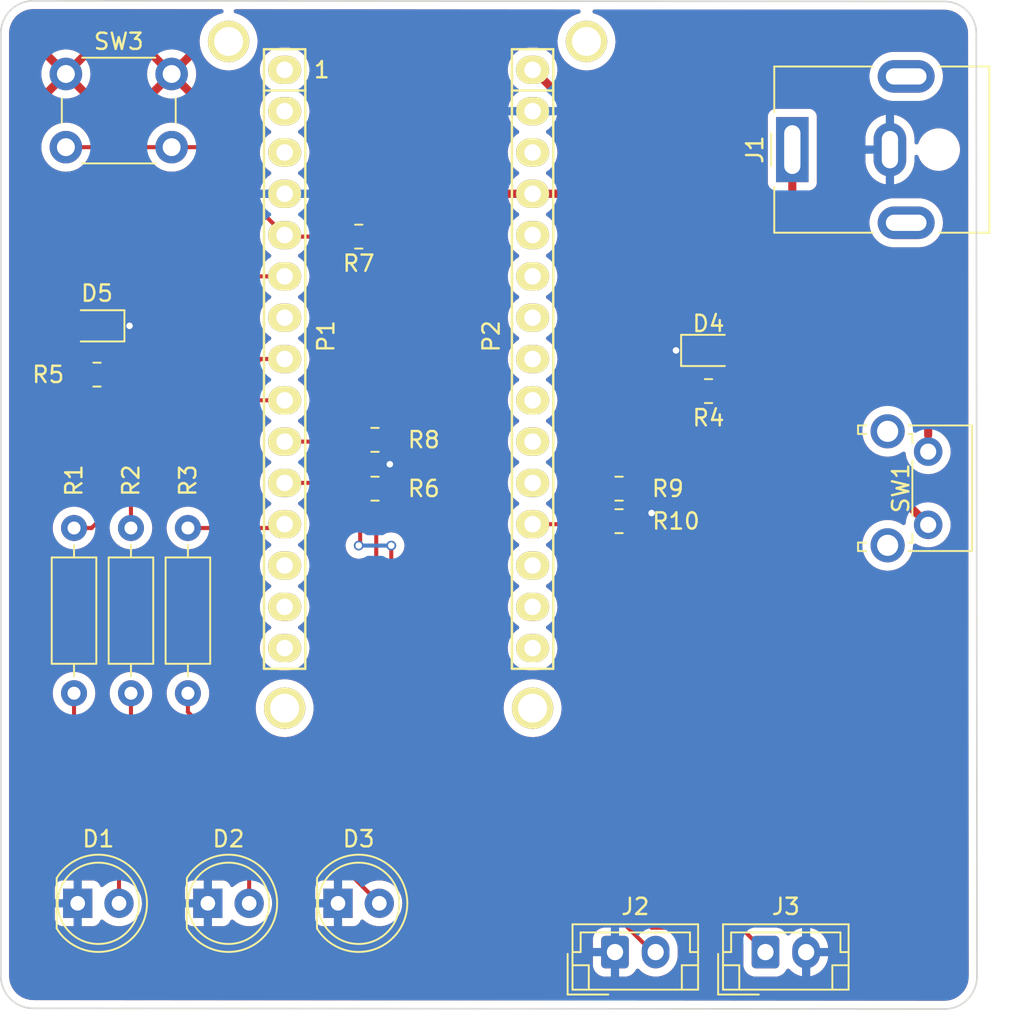
<source format=kicad_pcb>
(kicad_pcb (version 20211014) (generator pcbnew)
  (title_block (date "jeu. 02 avril 2015"))
  (layers (0 "F.Cu" signal) (31 "B.Cu" signal) (34 "B.Paste" user) (35 "F.Paste" user) (36 "B.SilkS" user "B.Silkscreen") (37 "F.SilkS" user "F.Silkscreen") (38 "B.Mask" user) (39 "F.Mask" user) (44 "Edge.Cuts" user))
  (net 0 "")
  (net 1 "/1(Tx)")
  (net 2 "/0(Rx)")
  (net 3 "/Reset")
  (net 4 "GND")
  (net 5 "/2")
  (net 6 "/3(**)")
  (net 7 "/4")
  (net 8 "/5(**)")
  (net 9 "/6(**)")
  (net 10 "/7")
  (net 11 "/8")
  (net 12 "/9(**)")
  (net 13 "/10(**{slash}SS)")
  (net 14 "/Vin")
  (net 15 "+5V")
  (net 16 "/A7")
  (net 17 "/A6")
  (net 18 "/A5")
  (net 19 "/A4")
  (net 20 "/A3")
  (net 21 "/A2")
  (net 22 "/A1")
  (net 23 "/A0")
  (net 24 "/AREF")
  (net 25 "/13(SCK)")
  (net 26 "/11(**{slash}MOSI)")
  (net 30 "+3V3")
  (net 32 "/12(MISO)")
  (net 33 "Net-(D1-Pad2)")
  (net 34 "Net-(D2-Pad2)")
  (net 35 "Net-(D3-Pad2)")
  (net 36 "Net-(D4-Pad2)")
  (net 37 "Net-(D5-Pad2)")
  (net 38 "Net-(J1-Pad1)")
  (footprint "Socket_Arduino_Nano:Socket_Strip_Arduino_1x15" (layer "F.Cu") (at 139.446 71.247 -90)
    (fp_text reference "P1" (at 16.383 -2.54 -90) (layer "F.SilkS"))
    (fp_text value "Digital")
    (fp_line (start 1.27 -1.27) (end 36.83 -1.27) (layer "F.SilkS") (width 0.15))
    (fp_line (start -1.27 1.27) (end 1.27 1.27) (layer "F.SilkS") (width 0.15))
    (fp_line (start 36.83 1.27) (end 1.27 1.27) (layer "F.SilkS") (width 0.15))
    (fp_line (start 36.83 -1.27) (end 36.83 1.27) (layer "F.SilkS") (width 0.15))
    (fp_line (start 1.27 -1.27) (end -1.27 -1.27) (layer "F.SilkS") (width 0.15))
    (fp_line (start -1.27 -1.27) (end -1.27 1.27) (layer "F.SilkS") (width 0.15))
    (fp_line (start 1.27 1.27) (end 1.27 -1.27) (layer "F.SilkS") (width 0.15))
    (pad "1" thru_hole oval locked (at 0 0 270) (size 1.7272 2.032) (drill 1.016) (layers *.Cu *.Mask "F.SilkS") (net 1 "/1(Tx)"))
    (pad "2" thru_hole oval locked (at 2.54 0 270) (size 1.7272 2.032) (drill 1.016) (layers *.Cu *.Mask "F.SilkS") (net 2 "/0(Rx)"))
    (pad "3" thru_hole oval locked (at 5.08 0 270) (size 1.7272 2.032) (drill 1.016) (layers *.Cu *.Mask "F.SilkS") (net 3 "/Reset"))
    (pad "4" thru_hole oval locked (at 7.62 0 270) (size 1.7272 2.032) (drill 1.016) (layers *.Cu *.Mask "F.SilkS") (net 4 "GND"))
    (pad "5" thru_hole oval locked (at 10.16 0 270) (size 1.7272 2.032) (drill 1.016) (layers *.Cu *.Mask "F.SilkS") (net 5 "/2"))
    (pad "6" thru_hole oval locked (at 12.7 0 270) (size 1.7272 2.032) (drill 1.016) (layers *.Cu *.Mask "F.SilkS") (net 6 "/3(**)"))
    (pad "7" thru_hole oval locked (at 15.24 0 270) (size 1.7272 2.032) (drill 1.016) (layers *.Cu *.Mask "F.SilkS") (net 7 "/4"))
    (pad "8" thru_hole oval locked (at 17.78 0 270) (size 1.7272 2.032) (drill 1.016) (layers *.Cu *.Mask "F.SilkS") (net 8 "/5(**)"))
    (pad "9" thru_hole oval locked (at 20.32 0 270) (size 1.7272 2.032) (drill 1.016) (layers *.Cu *.Mask "F.SilkS") (net 9 "/6(**)"))
    (pad "10" thru_hole oval locked (at 22.86 0 270) (size 1.7272 2.032) (drill 1.016) (layers *.Cu *.Mask "F.SilkS") (net 10 "/7"))
    (pad "11" thru_hole oval locked (at 25.4 0 270) (size 1.7272 2.032) (drill 1.016) (layers *.Cu *.Mask "F.SilkS") (net 11 "/8"))
    (pad "12" thru_hole oval locked (at 27.94 0 270) (size 1.7272 2.032) (drill 1.016) (layers *.Cu *.Mask "F.SilkS") (net 12 "/9(**)"))
    (pad "13" thru_hole oval locked (at 30.48 0 270) (size 1.7272 2.032) (drill 1.016) (layers *.Cu *.Mask "F.SilkS") (net 13 "/10(**{slash}SS)"))
    (pad "14" thru_hole oval locked (at 33.02 0 270) (size 1.7272 2.032) (drill 1.016) (layers *.Cu *.Mask "F.SilkS") (net 26 "/11(**{slash}MOSI)"))
    (pad "15" thru_hole oval locked (at 35.56 0 270) (size 1.7272 2.032) (drill 1.016) (layers *.Cu *.Mask "F.SilkS") (net 32 "/12(MISO)"))
  )
  (footprint "Socket_Arduino_Nano:Socket_Strip_Arduino_1x15" (layer "F.Cu") (at 154.686 71.247 -90)
    (fp_text reference "P2" (at 16.383 2.54 -90) (layer "F.SilkS"))
    (fp_text value "Analog")
    (fp_line (start -1.27 -1.27) (end -1.27 1.27) (layer "F.SilkS") (width 0.15))
    (fp_line (start 1.27 -1.27) (end -1.27 -1.27) (layer "F.SilkS") (width 0.15))
    (fp_line (start 36.83 -1.27) (end 36.83 1.27) (layer "F.SilkS") (width 0.15))
    (fp_line (start 1.27 -1.27) (end 36.83 -1.27) (layer "F.SilkS") (width 0.15))
    (fp_line (start 1.27 1.27) (end 1.27 -1.27) (layer "F.SilkS") (width 0.15))
    (fp_line (start -1.27 1.27) (end 1.27 1.27) (layer "F.SilkS") (width 0.15))
    (fp_line (start 36.83 1.27) (end 1.27 1.27) (layer "F.SilkS") (width 0.15))
    (pad "1" thru_hole oval locked (at 0 0 270) (size 1.7272 2.032) (drill 1.016) (layers *.Cu *.Mask "F.SilkS") (net 14 "/Vin"))
    (pad "2" thru_hole oval locked (at 2.54 0 270) (size 1.7272 2.032) (drill 1.016) (layers *.Cu *.Mask "F.SilkS") (net 4 "GND"))
    (pad "3" thru_hole oval locked (at 5.08 0 270) (size 1.7272 2.032) (drill 1.016) (layers *.Cu *.Mask "F.SilkS") (net 3 "/Reset"))
    (pad "4" thru_hole oval locked (at 7.62 0 270) (size 1.7272 2.032) (drill 1.016) (layers *.Cu *.Mask "F.SilkS") (net 15 "+5V"))
    (pad "5" thru_hole oval locked (at 10.16 0 270) (size 1.7272 2.032) (drill 1.016) (layers *.Cu *.Mask "F.SilkS") (net 16 "/A7"))
    (pad "6" thru_hole oval locked (at 12.7 0 270) (size 1.7272 2.032) (drill 1.016) (layers *.Cu *.Mask "F.SilkS") (net 17 "/A6"))
    (pad "7" thru_hole oval locked (at 15.24 0 270) (size 1.7272 2.032) (drill 1.016) (layers *.Cu *.Mask "F.SilkS") (net 18 "/A5"))
    (pad "8" thru_hole oval locked (at 17.78 0 270) (size 1.7272 2.032) (drill 1.016) (layers *.Cu *.Mask "F.SilkS") (net 19 "/A4"))
    (pad "9" thru_hole oval locked (at 20.32 0 270) (size 1.7272 2.032) (drill 1.016) (layers *.Cu *.Mask "F.SilkS") (net 20 "/A3"))
    (pad "10" thru_hole oval locked (at 22.86 0 270) (size 1.7272 2.032) (drill 1.016) (layers *.Cu *.Mask "F.SilkS") (net 21 "/A2"))
    (pad "11" thru_hole oval locked (at 25.4 0 270) (size 1.7272 2.032) (drill 1.016) (layers *.Cu *.Mask "F.SilkS") (net 22 "/A1"))
    (pad "12" thru_hole oval locked (at 27.94 0 270) (size 1.7272 2.032) (drill 1.016) (layers *.Cu *.Mask "F.SilkS") (net 23 "/A0"))
    (pad "13" thru_hole oval locked (at 30.48 0 270) (size 1.7272 2.032) (drill 1.016) (layers *.Cu *.Mask "F.SilkS") (net 24 "/AREF"))
    (pad "14" thru_hole oval locked (at 33.02 0 270) (size 1.7272 2.032) (drill 1.016) (layers *.Cu *.Mask "F.SilkS") (net 30 "+3V3"))
    (pad "15" thru_hole oval locked (at 35.56 0 270) (size 1.7272 2.032) (drill 1.016) (layers *.Cu *.Mask "F.SilkS") (net 25 "/13(SCK)"))
  )
  (footprint "Socket_Arduino_Nano:1pin_Nano" (layer "F.Cu") (at 136 69.5)
    (fp_text reference "P3" hide)
    (fp_text value "CONN_01X01" hide)
    (pad "1" thru_hole circle locked (at 0 0) (size 2.54 2.54) (drill 1.778) (layers *.Cu *.Mask "F.SilkS"))
  )
  (footprint "Socket_Arduino_Nano:1pin_Nano" (layer "F.Cu") (at 139.446 110.5)
    (fp_text reference "P4" hide)
    (fp_text value "CONN_01X01" hide)
    (pad "1" thru_hole circle locked (at 0 0) (size 2.54 2.54) (drill 1.778) (layers *.Cu *.Mask "F.SilkS"))
  )
  (footprint "Socket_Arduino_Nano:1pin_Nano" (layer "F.Cu") (at 154.686 110.5)
    (fp_text reference "P5" hide)
    (fp_text value "CONN_01X01" hide)
    (pad "1" thru_hole circle locked (at 0 0) (size 2.54 2.54) (drill 1.778) (layers *.Cu *.Mask "F.SilkS"))
  )
  (footprint "Socket_Arduino_Nano:1pin_Nano" (layer "F.Cu") (at 158 69.5)
    (fp_text reference "P6" hide)
    (fp_text value "CONN_01X01" hide)
    (pad "1" thru_hole circle locked (at 0 0) (size 2.54 2.54) (drill 1.778) (layers *.Cu *.Mask "F.SilkS"))
  )
  (footprint "Resistor_SMD:R_0805_2012Metric" (layer "F.Cu") (at 145 94 180)
    (fp_text reference "R8" (at -3 0) (layer "F.SilkS"))
    (fp_text value "10k")
    (fp_line (start -0.227064 -0.735) (end 0.227064 -0.735) (layer "F.SilkS") (width 0.12))
    (fp_line (start -0.227064 0.735) (end 0.227064 0.735) (layer "F.SilkS") (width 0.12))
    (pad "1" smd roundrect locked (at -0.9125 0 180) (size 1.025 1.4) (layers "F.Cu" "F.Paste" "F.Mask") (roundrect_rratio 0.243902) (net 4 "GND"))
    (pad "2" smd roundrect locked (at 0.9125 0 180) (size 1.025 1.4) (layers "F.Cu" "F.Paste" "F.Mask") (roundrect_rratio 0.243902) (net 10 "/7"))
  )
  (footprint "LED_THT:LED_D5.0mm" (layer "F.Cu") (at 142.725 122.5)
    (fp_text reference "D3" (at 1.27 -3.96) (layer "F.SilkS"))
    (fp_text value "LED")
    (fp_line (start -1.29 -1.545) (end -1.29 1.545) (layer "F.SilkS") (width 0.12))
    (fp_arc (start 4.26 -0.000462) (mid 2.072002 2.880433) (end -1.29 1.54483) (layer "F.SilkS") (width 0.12))
    (fp_arc (start -1.29 -1.54483) (mid 2.072002 -2.880433) (end 4.26 0.000462) (layer "F.SilkS") (width 0.12))
    (fp_circle (center 1.27 0) (end 3.77 0) (layer "F.SilkS") (width 0.12) (fill none))
    (pad "1" thru_hole rect locked (at 0 0) (size 1.8 1.8) (drill 0.9) (layers *.Cu *.Mask) (net 4 "GND"))
    (pad "2" thru_hole circle locked (at 2.54 0) (size 1.8 1.8) (drill 0.9) (layers *.Cu *.Mask) (net 35 "Net-(D3-Pad2)"))
  )
  (footprint "Resistor_THT:R_Axial_DIN0207_L6.3mm_D2.5mm_P10.16mm_Horizontal" (layer "F.Cu") (at 130 109.58 90)
    (fp_text reference "R2" (at 13.08 0 90) (layer "F.SilkS"))
    (fp_text value "330")
    (fp_line (start 9.12 0) (end 8.35 0) (layer "F.SilkS") (width 0.12))
    (fp_line (start 8.35 1.37) (end 8.35 -1.37) (layer "F.SilkS") (width 0.12))
    (fp_line (start 8.35 -1.37) (end 1.81 -1.37) (layer "F.SilkS") (width 0.12))
    (fp_line (start 1.81 -1.37) (end 1.81 1.37) (layer "F.SilkS") (width 0.12))
    (fp_line (start 1.81 1.37) (end 8.35 1.37) (layer "F.SilkS") (width 0.12))
    (fp_line (start 1.04 0) (end 1.81 0) (layer "F.SilkS") (width 0.12))
    (pad "1" thru_hole circle locked (at 0 0 90) (size 1.6 1.6) (drill 0.8) (layers *.Cu *.Mask) (net 34 "Net-(D2-Pad2)"))
    (pad "2" thru_hole oval locked (at 10.16 0 90) (size 1.6 1.6) (drill 0.8) (layers *.Cu *.Mask) (net 9 "/6(**)"))
  )
  (footprint "Resistor_SMD:R_0805_2012Metric" (layer "F.Cu") (at 165.5 91 180)
    (fp_text reference "R4" (at 0 -1.65) (layer "F.SilkS"))
    (fp_text value "330")
    (fp_line (start -0.227064 -0.735) (end 0.227064 -0.735) (layer "F.SilkS") (width 0.12))
    (fp_line (start -0.227064 0.735) (end 0.227064 0.735) (layer "F.SilkS") (width 0.12))
    (pad "1" smd roundrect locked (at -0.9125 0 180) (size 1.025 1.4) (layers "F.Cu" "F.Paste" "F.Mask") (roundrect_rratio 0.243902) (net 36 "Net-(D4-Pad2)"))
    (pad "2" smd roundrect locked (at 0.9125 0 180) (size 1.025 1.4) (layers "F.Cu" "F.Paste" "F.Mask") (roundrect_rratio 0.243902) (net 15 "+5V"))
  )
  (footprint "LED_SMD:LED_0805_2012Metric" (layer "F.Cu") (at 165.5 88.5)
    (fp_text reference "D4" (at 0 -1.65) (layer "F.SilkS"))
    (fp_text value "Power")
    (fp_line (start -1.685 0.96) (end 1 0.96) (layer "F.SilkS") (width 0.12))
    (fp_line (start -1.685 -0.96) (end -1.685 0.96) (layer "F.SilkS") (width 0.12))
    (fp_line (start 1 -0.96) (end -1.685 -0.96) (layer "F.SilkS") (width 0.12))
    (pad "1" smd roundrect locked (at -0.9375 0) (size 0.975 1.4) (layers "F.Cu" "F.Paste" "F.Mask") (net 4 "GND"))
    (pad "2" smd roundrect locked (at 0.9375 0) (size 0.975 1.4) (layers "F.Cu" "F.Paste" "F.Mask") (net 36 "Net-(D4-Pad2)"))
  )
  (footprint "LED_THT:LED_D5.0mm" (layer "F.Cu") (at 126.725 122.5)
    (fp_text reference "D1" (at 1.27 -3.96) (layer "F.SilkS"))
    (fp_text value "LED")
    (fp_line (start -1.29 -1.545) (end -1.29 1.545) (layer "F.SilkS") (width 0.12))
    (fp_arc (start 4.26 -0.000462) (mid 2.072002 2.880433) (end -1.29 1.54483) (layer "F.SilkS") (width 0.12))
    (fp_arc (start -1.29 -1.54483) (mid 2.072002 -2.880433) (end 4.26 0.000462) (layer "F.SilkS") (width 0.12))
    (fp_circle (center 1.27 0) (end 3.77 0) (layer "F.SilkS") (width 0.12) (fill none))
    (pad "1" thru_hole rect locked (at 0 0) (size 1.8 1.8) (drill 0.9) (layers *.Cu *.Mask) (net 4 "GND"))
    (pad "2" thru_hole circle locked (at 2.54 0) (size 1.8 1.8) (drill 0.9) (layers *.Cu *.Mask) (net 33 "Net-(D1-Pad2)"))
  )
  (footprint "Resistor_SMD:R_0805_2012Metric" (layer "F.Cu") (at 145 97 180)
    (fp_text reference "R6" (at -3 0) (layer "F.SilkS"))
    (fp_text value "10k")
    (fp_line (start -0.227064 0.735) (end 0.227064 0.735) (layer "F.SilkS") (width 0.12))
    (fp_line (start -0.227064 -0.735) (end 0.227064 -0.735) (layer "F.SilkS") (width 0.12))
    (pad "1" smd roundrect locked (at -0.9125 0 180) (size 1.025 1.4) (layers "F.Cu" "F.Paste" "F.Mask") (roundrect_rratio 0.243902) (net 4 "GND"))
    (pad "2" smd roundrect locked (at 0.9125 0 180) (size 1.025 1.4) (layers "F.Cu" "F.Paste" "F.Mask") (roundrect_rratio 0.243902) (net 11 "/8"))
  )
  (footprint "Resistor_SMD:R_0805_2012Metric" (layer "F.Cu") (at 160 99)
    (fp_text reference "R10" (at 3.5 0) (layer "F.SilkS"))
    (fp_text value "7.5k")
    (fp_line (start -0.227064 0.735) (end 0.227064 0.735) (layer "F.SilkS") (width 0.12))
    (fp_line (start -0.227064 -0.735) (end 0.227064 -0.735) (layer "F.SilkS") (width 0.12))
    (pad "1" smd roundrect locked (at -0.9125 0) (size 1.025 1.4) (layers "F.Cu" "F.Paste" "F.Mask") (roundrect_rratio 0.243902) (net 23 "/A0"))
    (pad "2" smd roundrect locked (at 0.9125 0) (size 1.025 1.4) (layers "F.Cu" "F.Paste" "F.Mask") (roundrect_rratio 0.243902) (net 4 "GND"))
  )
  (footprint "LED_SMD:LED_0805_2012Metric" (layer "F.Cu") (at 127.9125 86.9875 180)
    (fp_text reference "D5" (at 0 2) (layer "F.SilkS"))
    (fp_text value "LED")
    (fp_line (start 1 -0.96) (end -1.685 -0.96) (layer "F.SilkS") (width 0.12))
    (fp_line (start -1.685 -0.96) (end -1.685 0.96) (layer "F.SilkS") (width 0.12))
    (fp_line (start -1.685 0.96) (end 1 0.96) (layer "F.SilkS") (width 0.12))
    (pad "1" smd roundrect locked (at -0.9375 0 180) (size 0.975 1.4) (layers "F.Cu" "F.Paste" "F.Mask") (net 4 "GND"))
    (pad "2" smd roundrect locked (at 0.9375 0 180) (size 0.975 1.4) (layers "F.Cu" "F.Paste" "F.Mask") (net 37 "Net-(D5-Pad2)"))
  )
  (footprint "Connector_JST:JST_EH_B2B-EH-A_1x02_P2.50mm_Vertical" (layer "F.Cu") (at 159.75 125.5)
    (fp_text reference "J2" (at 1.25 -2.8) (layer "F.SilkS"))
    (fp_text value "Conn_01x02_Female")
    (fp_line (start -2.61 -1.71) (end -2.61 2.31) (layer "F.SilkS") (width 0.12))
    (fp_line (start 4.11 0.81) (end 4.11 2.31) (layer "F.SilkS") (width 0.12))
    (fp_line (start 4.61 0) (end 5.11 0) (layer "F.SilkS") (width 0.12))
    (fp_line (start -2.61 2.31) (end 5.11 2.31) (layer "F.SilkS") (width 0.12))
    (fp_line (start -2.11 0) (end -2.11 -1.21) (layer "F.SilkS") (width 0.12))
    (fp_line (start -1.61 0.81) (end -1.61 2.31) (layer "F.SilkS") (width 0.12))
    (fp_line (start -2.61 0.81) (end -1.61 0.81) (layer "F.SilkS") (width 0.12))
    (fp_line (start 5.11 2.31) (end 5.11 -1.71) (layer "F.SilkS") (width 0.12))
    (fp_line (start -2.61 0) (end -2.11 0) (layer "F.SilkS") (width 0.12))
    (fp_line (start 5.11 0.81) (end 4.11 0.81) (layer "F.SilkS") (width 0.12))
    (fp_line (start 5.11 -1.71) (end -2.61 -1.71) (layer "F.SilkS") (width 0.12))
    (fp_line (start -2.91 2.61) (end -0.41 2.61) (layer "F.SilkS") (width 0.12))
    (fp_line (start 4.61 -1.21) (end 4.61 0) (layer "F.SilkS") (width 0.12))
    (fp_line (start -2.91 0.11) (end -2.91 2.61) (layer "F.SilkS") (width 0.12))
    (fp_line (start -2.11 -1.21) (end 4.61 -1.21) (layer "F.SilkS") (width 0.12))
    (pad "1" thru_hole roundrect locked (at 0 0) (size 1.7 2) (drill 1) (layers *.Cu *.Mask) (roundrect_rratio 0.147059) (net 4 "GND"))
    (pad "2" thru_hole oval locked (at 2.5 0) (size 1.7 2) (drill 1) (layers *.Cu *.Mask) (net 10 "/7"))
  )
  (footprint "Connector_JST:JST_EH_B2B-EH-A_1x02_P2.50mm_Vertical" (layer "F.Cu") (at 169 125.5)
    (fp_text reference "J3" (at 1.25 -2.8) (layer "F.SilkS"))
    (fp_text value "Conn_01x02_Female")
    (fp_line (start -2.61 0.81) (end -1.61 0.81) (layer "F.SilkS") (width 0.12))
    (fp_line (start -2.11 0) (end -2.11 -1.21) (layer "F.SilkS") (width 0.12))
    (fp_line (start -1.61 0.81) (end -1.61 2.31) (layer "F.SilkS") (width 0.12))
    (fp_line (start -2.61 0) (end -2.11 0) (layer "F.SilkS") (width 0.12))
    (fp_line (start -2.61 -1.71) (end -2.61 2.31) (layer "F.SilkS") (width 0.12))
    (fp_line (start -2.11 -1.21) (end 4.61 -1.21) (layer "F.SilkS") (width 0.12))
    (fp_line (start -2.91 0.11) (end -2.91 2.61) (layer "F.SilkS") (width 0.12))
    (fp_line (start -2.91 2.61) (end -0.41 2.61) (layer "F.SilkS") (width 0.12))
    (fp_line (start 4.61 0) (end 5.11 0) (layer "F.SilkS") (width 0.12))
    (fp_line (start -2.61 2.31) (end 5.11 2.31) (layer "F.SilkS") (width 0.12))
    (fp_line (start 4.11 0.81) (end 4.11 2.31) (layer "F.SilkS") (width 0.12))
    (fp_line (start 5.11 -1.71) (end -2.61 -1.71) (layer "F.SilkS") (width 0.12))
    (fp_line (start 5.11 0.81) (end 4.11 0.81) (layer "F.SilkS") (width 0.12))
    (fp_line (start 5.11 2.31) (end 5.11 -1.71) (layer "F.SilkS") (width 0.12))
    (fp_line (start 4.61 -1.21) (end 4.61 0) (layer "F.SilkS") (width 0.12))
    (pad "1" thru_hole roundrect locked (at 0 0) (size 1.7 2) (drill 1) (layers *.Cu *.Mask) (roundrect_rratio 0.147059) (net 11 "/8"))
    (pad "2" thru_hole oval locked (at 2.5 0) (size 1.7 2) (drill 1) (layers *.Cu *.Mask) (net 4 "GND"))
  )
  (footprint "Resistor_SMD:R_0805_2012Metric" (layer "F.Cu") (at 144 81.5 180)
    (fp_text reference "R7" (at 0 -1.65) (layer "F.SilkS"))
    (fp_text value "10k")
    (fp_line (start -0.227064 0.735) (end 0.227064 0.735) (layer "F.SilkS") (width 0.12))
    (fp_line (start -0.227064 -0.735) (end 0.227064 -0.735) (layer "F.SilkS") (width 0.12))
    (pad "1" smd roundrect locked (at -0.9125 0 180) (size 1.025 1.4) (layers "F.Cu" "F.Paste" "F.Mask") (roundrect_rratio 0.243902) (net 4 "GND"))
    (pad "2" smd roundrect locked (at 0.9125 0 180) (size 1.025 1.4) (layers "F.Cu" "F.Paste" "F.Mask") (roundrect_rratio 0.243902) (net 5 "/2"))
  )
  (footprint "Resistor_THT:R_Axial_DIN0207_L6.3mm_D2.5mm_P10.16mm_Horizontal" (layer "F.Cu") (at 133.5 109.58 90)
    (fp_text reference "R3" (at 13.08 0 90) (layer "F.SilkS"))
    (fp_text value "330")
    (fp_line (start 8.35 -1.37) (end 1.81 -1.37) (layer "F.SilkS") (width 0.12))
    (fp_line (start 1.81 1.37) (end 8.35 1.37) (layer "F.SilkS") (width 0.12))
    (fp_line (start 1.04 0) (end 1.81 0) (layer "F.SilkS") (width 0.12))
    (fp_line (start 8.35 1.37) (end 8.35 -1.37) (layer "F.SilkS") (width 0.12))
    (fp_line (start 9.12 0) (end 8.35 0) (layer "F.SilkS") (width 0.12))
    (fp_line (start 1.81 -1.37) (end 1.81 1.37) (layer "F.SilkS") (width 0.12))
    (pad "1" thru_hole circle locked (at 0 0 90) (size 1.6 1.6) (drill 0.8) (layers *.Cu *.Mask) (net 35 "Net-(D3-Pad2)"))
    (pad "2" thru_hole oval locked (at 10.16 0 90) (size 1.6 1.6) (drill 0.8) (layers *.Cu *.Mask) (net 12 "/9(**)"))
  )
  (footprint "Resistor_THT:R_Axial_DIN0207_L6.3mm_D2.5mm_P10.16mm_Horizontal" (layer "F.Cu") (at 126.5 109.58 90)
    (fp_text reference "R1" (at 13.08 0 90) (layer "F.SilkS"))
    (fp_text value "330")
    (fp_line (start 9.12 0) (end 8.35 0) (layer "F.SilkS") (width 0.12))
    (fp_line (start 8.35 1.37) (end 8.35 -1.37) (layer "F.SilkS") (width 0.12))
    (fp_line (start 1.04 0) (end 1.81 0) (layer "F.SilkS") (width 0.12))
    (fp_line (start 1.81 -1.37) (end 1.81 1.37) (layer "F.SilkS") (width 0.12))
    (fp_line (start 8.35 -1.37) (end 1.81 -1.37) (layer "F.SilkS") (width 0.12))
    (fp_line (start 1.81 1.37) (end 8.35 1.37) (layer "F.SilkS") (width 0.12))
    (pad "1" thru_hole circle locked (at 0 0 90) (size 1.6 1.6) (drill 0.8) (layers *.Cu *.Mask) (net 33 "Net-(D1-Pad2)"))
    (pad "2" thru_hole oval locked (at 10.16 0 90) (size 1.6 1.6) (drill 0.8) (layers *.Cu *.Mask) (net 8 "/5(**)"))
  )
  (footprint "Button_Switch_THT:SW_PUSH_6mm" (layer "F.Cu") (at 126 71.5)
    (fp_text reference "SW3" (at 3.25 -2) (layer "F.SilkS"))
    (fp_text value "SW_Push")
    (fp_line (start -0.25 1.5) (end -0.25 3) (layer "F.SilkS") (width 0.12))
    (fp_line (start 5.5 -1) (end 1 -1) (layer "F.SilkS") (width 0.12))
    (fp_line (start 1 5.5) (end 5.5 5.5) (layer "F.SilkS") (width 0.12))
    (fp_line (start 6.75 3) (end 6.75 1.5) (layer "F.SilkS") (width 0.12))
    (pad "1" thru_hole circle locked (at 0 0 90) (size 2 2) (drill 1.1) (layers *.Cu *.Mask) (net 15 "+5V"))
    (pad "1" thru_hole circle locked (at 6.5 0 90) (size 2 2) (drill 1.1) (layers *.Cu *.Mask) (net 15 "+5V"))
    (pad "2" thru_hole circle locked (at 6.5 4.5 90) (size 2 2) (drill 1.1) (layers *.Cu *.Mask) (net 5 "/2"))
    (pad "2" thru_hole circle locked (at 0 4.5 90) (size 2 2) (drill 1.1) (layers *.Cu *.Mask) (net 5 "/2"))
  )
  (footprint "Resistor_SMD:R_0805_2012Metric" (layer "F.Cu") (at 160 97 180)
    (fp_text reference "R9" (at -3 0) (layer "F.SilkS"))
    (fp_text value "30k")
    (fp_line (start -0.227064 0.735) (end 0.227064 0.735) (layer "F.SilkS") (width 0.12))
    (fp_line (start -0.227064 -0.735) (end 0.227064 -0.735) (layer "F.SilkS") (width 0.12))
    (pad "1" smd roundrect locked (at -0.9125 0 180) (size 1.025 1.4) (layers "F.Cu" "F.Paste" "F.Mask") (roundrect_rratio 0.243902) (net 14 "/Vin"))
    (pad "2" smd roundrect locked (at 0.9125 0 180) (size 1.025 1.4) (layers "F.Cu" "F.Paste" "F.Mask") (roundrect_rratio 0.243902) (net 23 "/A0"))
  )
  (footprint "Connector_BarrelJack:BarrelJack_CUI_PJ-063AH_Horizontal" (layer "F.Cu") (at 170.65 76.15 90)
    (fp_text reference "J1" (at 0 -2.3 90) (layer "F.SilkS"))
    (fp_text value "Barrel_Jack")
    (fp_line (start 2.3 -1.11) (end 5.11 -1.11) (layer "F.SilkS") (width 0.12))
    (fp_line (start 5.11 12.11) (end -5.11 12.11) (layer "F.SilkS") (width 0.12))
    (fp_line (start -5.11 4.95) (end -5.11 -1.11) (layer "F.SilkS") (width 0.12))
    (fp_line (start -5.11 -1.11) (end -2.3 -1.11) (layer "F.SilkS") (width 0.12))
    (fp_line (start 5.11 -1.11) (end 5.11 4.95) (layer "F.SilkS") (width 0.12))
    (fp_line (start -1 -1.3) (end 1 -1.3) (layer "F.SilkS") (width 0.12))
    (fp_line (start 5.11 9.05) (end 5.11 12.11) (layer "F.SilkS") (width 0.12))
    (fp_line (start -5.11 12.11) (end -5.11 9.05) (layer "F.SilkS") (width 0.12))
    (pad "" np_thru_hole circle locked (at 0 9 90) (size 1.6 1.6) (drill 1.6) (layers *.Cu *.Mask))
    (pad "1" thru_hole rect locked (at 0 0 90) (size 4 2) (drill oval 3 1) (layers *.Cu *.Mask) (net 38 "Net-(J1-Pad1)"))
    (pad "2" thru_hole oval locked (at 0 6 90) (size 3.3 2) (drill oval 2.3 1) (layers *.Cu *.Mask) (net 4 "GND"))
    (pad "MP" thru_hole oval locked (at -4.5 7 90) (size 2 3.5) (drill oval 1 2.5) (layers *.Cu *.Mask))
    (pad "MP" thru_hole oval locked (at 4.5 7 90) (size 2 3.5) (drill oval 1 2.5) (layers *.Cu *.Mask))
  )
  (footprint "Button_Switch_THT:SW_Tactile_SPST_Angled_PTS645Vx58-2LFS" (layer "F.Cu") (at 179 94.725 -90)
    (fp_text reference "SW1" (at 2.25 1.68 90) (layer "F.SilkS"))
    (fp_text value "SW_SPST")
    (fp_line (start -1.61 -2.7) (end 6.11 -2.7) (layer "F.SilkS") (width 0.12))
    (fp_line (start -1.09 0.97) (end -0.55 0.97) (layer "F.SilkS") (width 0.12))
    (fp_line (start -1.61 -2.7) (end -1.61 1.2) (layer "F.SilkS") (width 0.12))
    (fp_line (start 5.59 3.8) (end 5.59 4.31) (layer "F.SilkS") (width 0.12))
    (fp_line (start -1.61 4.31) (end -1.09 4.31) (layer "F.SilkS") (width 0.12))
    (fp_line (start -1.09 0.97) (end -1.09 1.2) (layer "F.SilkS") (width 0.12))
    (fp_line (start -1.09 3.8) (end -1.09 4.31) (layer "F.SilkS") (width 0.12))
    (fp_line (start 0.55 0.97) (end 3.95 0.97) (layer "F.SilkS") (width 0.12))
    (fp_line (start 6.11 -2.7) (end 6.11 1.2) (layer "F.SilkS") (width 0.12))
    (fp_line (start 5.59 4.31) (end 6.11 4.31) (layer "F.SilkS") (width 0.12))
    (fp_line (start 6.11 3.8) (end 6.11 4.31) (layer "F.SilkS") (width 0.12))
    (fp_line (start 5.05 0.97) (end 5.59 0.97) (layer "F.SilkS") (width 0.12))
    (fp_line (start 5.59 0.97) (end 5.59 1.2) (layer "F.SilkS") (width 0.12))
    (fp_line (start -1.61 3.8) (end -1.61 4.31) (layer "F.SilkS") (width 0.12))
    (pad "" thru_hole circle locked (at 5.76 2.49 270) (size 2.1 2.1) (drill 1.3) (layers *.Cu *.Mask))
    (pad "" thru_hole circle locked (at -1.25 2.49 270) (size 2.1 2.1) (drill 1.3) (layers *.Cu *.Mask))
    (pad "1" thru_hole circle locked (at 0 0 270) (size 1.75 1.75) (drill 0.99) (layers *.Cu *.Mask) (net 38 "Net-(J1-Pad1)"))
    (pad "2" thru_hole circle locked (at 4.5 0 270) (size 1.75 1.75) (drill 0.99) (layers *.Cu *.Mask) (net 14 "/Vin"))
  )
  (footprint "Resistor_SMD:R_0805_2012Metric" (layer "F.Cu") (at 127.9125 89.9875)
    (fp_text reference "R5" (at -3 0) (layer "F.SilkS"))
    (fp_text value "330")
    (fp_line (start -0.227064 -0.735) (end 0.227064 -0.735) (layer "F.SilkS") (width 0.12))
    (fp_line (start -0.227064 0.735) (end 0.227064 0.735) (layer "F.SilkS") (width 0.12))
    (pad "1" smd roundrect locked (at -0.9125 0) (size 1.025 1.4) (layers "F.Cu" "F.Paste" "F.Mask") (roundrect_rratio 0.243902) (net 37 "Net-(D5-Pad2)"))
    (pad "2" smd roundrect locked (at 0.9125 0) (size 1.025 1.4) (layers "F.Cu" "F.Paste" "F.Mask") (roundrect_rratio 0.243902) (net 6 "/3(**)"))
  )
  (footprint "LED_THT:LED_D5.0mm" (layer "F.Cu") (at 134.725 122.5)
    (fp_text reference "D2" (at 1.27 -3.96) (layer "F.SilkS"))
    (fp_text value "LED")
    (fp_line (start -1.29 -1.545) (end -1.29 1.545) (layer "F.SilkS") (width 0.12))
    (fp_arc (start 4.26 -0.000462) (mid 2.072002 2.880433) (end -1.29 1.54483) (layer "F.SilkS") (width 0.12))
    (fp_arc (start -1.29 -1.54483) (mid 2.072002 -2.880433) (end 4.26 0.000462) (layer "F.SilkS") (width 0.12))
    (fp_circle (center 1.27 0) (end 3.77 0) (layer "F.SilkS") (width 0.12) (fill none))
    (pad "1" thru_hole rect locked (at 0 0) (size 1.8 1.8) (drill 0.9) (layers *.Cu *.Mask) (net 4 "GND"))
    (pad "2" thru_hole circle locked (at 2.54 0) (size 1.8 1.8) (drill 0.9) (layers *.Cu *.Mask) (net 34 "Net-(D2-Pad2)"))
  )
  (gr_arc (start 124 128.96) (mid 122.599857 128.388309) (end 122 127) (layer "Edge.Cuts") (width 0.1))
  (gr_line (start 180 67.04) (end 124 67) (layer "Edge.Cuts") (width 0.1))
  (gr_arc (start 182 127) (mid 181.414214 128.414214) (end 180 129) (layer "Edge.Cuts") (width 0.1))
  (gr_arc (start 180 67.04) (mid 181.385929 67.614071) (end 181.96 69) (layer "Edge.Cuts") (width 0.1))
  (gr_arc (start 122 69) (mid 122.585786 67.585786) (end 124 67) (layer "Edge.Cuts") (width 0.1))
  (gr_line (start 182 127) (end 181.96 69) (layer "Edge.Cuts") (width 0.1))
  (gr_line (start 122 69) (end 122 127) (layer "Edge.Cuts") (width 0.1))
  (gr_line (start 124 128.96) (end 180 129) (layer "Edge.Cuts") (width 0.1))
  (gr_text "1" (at 141.732 71.247) (layer "F.SilkS") (effects (font (size 1 1))))
  (segment (start 161.5 99) (end 162 98.5) (width 0.25) (layer "F.Cu") (net 4))
  (segment (start 145.9125 95.5875) (end 145.9125 97) (width 0.25) (layer "F.Cu") (net 4))
  (segment (start 160.9125 99) (end 161.5 99) (width 0.25) (layer "F.Cu") (net 4))
  (segment (start 142.2795 78.867) (end 144.9125 81.5) (width 0.25) (layer "F.Cu") (net 4))
  (segment (start 163.5 88.5) (end 164.5625 88.5) (width 0.25) (layer "F.Cu") (net 4))
  (segment (start 129.9125 86.9875) (end 128.85 86.9875) (width 0.25) (layer "F.Cu") (net 4))
  (segment (start 145.9125 94) (end 145.9125 95.5875) (width 0.25) (layer "F.Cu") (net 4))
  (segment (start 139.446 78.867) (end 142.2795 78.867) (width 0.25) (layer "F.Cu") (net 4))
  (via (at 162 98.5) (size 0.6) (drill 0.4) (layers "F.Cu" "B.Cu") (net 4))
  (via (at 145.9125 95.5) (size 0.6) (drill 0.4) (layers "F.Cu" "B.Cu") (net 4))
  (via (at 129.9125 86.9875) (size 0.6) (drill 0.4) (layers "F.Cu" "B.Cu") (net 4))
  (via (at 163.5 88.5) (size 0.6) (drill 0.4) (layers "F.Cu" "B.Cu") (net 4))
  (segment (start 139.446 81.407) (end 139.446 81.446) (width 0.25) (layer "F.Cu") (net 5))
  (segment (start 139.446 81.446) (end 139.5 81.5) (width 0.25) (layer "F.Cu") (net 5))
  (segment (start 132.5 76) (end 134.039 76) (width 0.25) (layer "F.Cu") (net 5))
  (segment (start 139.5 81.5) (end 143.0875 81.5) (width 0.25) (layer "F.Cu") (net 5))
  (segment (start 134.039 76) (end 139.446 81.407) (width 0.25) (layer "F.Cu") (net 5))
  (segment (start 126 76) (end 132.5 76) (width 0.25) (layer "F.Cu") (net 5))
  (segment (start 139.446 83.947) (end 136.553 83.947) (width 0.25) (layer "F.Cu") (net 6))
  (segment (start 130.5125 89.9875) (end 128.825 89.9875) (width 0.25) (layer "F.Cu") (net 6))
  (segment (start 136.553 83.947) (end 130.5125 89.9875) (width 0.25) (layer "F.Cu") (net 6))
  (segment (start 137.973 89.027) (end 127.58 99.42) (width 0.25) (layer "F.Cu") (net 8))
  (segment (start 139.446 89.027) (end 137.973 89.027) (width 0.25) (layer "F.Cu") (net 8))
  (segment (start 127.58 99.42) (end 126.5 99.42) (width 0.25) (layer "F.Cu") (net 8))
  (segment (start 139.446 91.567) (end 136.433 91.567) (width 0.25) (layer "F.Cu") (net 9))
  (segment (start 130 98) (end 130 99.42) (width 0.25) (layer "F.Cu") (net 9))
  (segment (start 136.433 91.567) (end 130 98) (width 0.25) (layer "F.Cu") (net 9))
  (segment (start 143.9805 94.107) (end 144.0875 94) (width 0.25) (layer "F.Cu") (net 10))
  (segment (start 144.0875 94) (end 145.07548 94.98798) (width 0.25) (layer "F.Cu") (net 10))
  (segment (start 145.07548 108.52548) (end 162.405 125.855) (width 0.25) (layer "F.Cu") (net 10))
  (segment (start 139.446 94.107) (end 143.9805 94.107) (width 0.25) (layer "F.Cu") (net 10))
  (segment (start 145.07548 94.98798) (end 145.07548 108.52548) (width 0.25) (layer "F.Cu") (net 10))
  (segment (start 146 100.5) (end 146 108) (width 0.25) (layer "F.Cu") (net 11))
  (segment (start 146 108) (end 162 124) (width 0.25) (layer "F.Cu") (net 11))
  (segment (start 139.446 96.647) (end 143.7345 96.647) (width 0.25) (layer "F.Cu") (net 11))
  (segment (start 144.0875 100.4125) (end 144 100.5) (width 0.25) (layer "F.Cu") (net 11))
  (segment (start 167.5 124) (end 169 125.5) (width 0.25) (layer "F.Cu") (net 11))
  (segment (start 162 124) (end 167.5 124) (width 0.25) (layer "F.Cu") (net 11))
  (segment (start 144.0875 97) (end 144.0875 100.4125) (width 0.25) (layer "F.Cu") (net 11))
  (segment (start 143.7345 96.647) (end 144.0875 97) (width 0.25) (layer "F.Cu") (net 11))
  (via (at 146 100.5) (size 0.6) (drill 0.4) (layers "F.Cu" "B.Cu") (net 11))
  (via (at 144 100.5) (size 0.6) (drill 0.4) (layers "F.Cu" "B.Cu") (net 11))
  (segment (start 144 100.5) (end 146 100.5) (width 0.25) (layer "B.Cu") (net 11))
  (segment (start 133.5 99.42) (end 139.213 99.42) (width 0.25) (layer "F.Cu") (net 12))
  (segment (start 139.213 99.42) (end 139.446 99.187) (width 0.25) (layer "F.Cu") (net 12))
  (segment (start 154.686 71.247) (end 154.747 71.247) (width 0.5) (layer "F.Cu") (net 14))
  (segment (start 179 99.225) (end 176.775 97) (width 0.5) (layer "F.Cu") (net 14))
  (segment (start 154.747 71.247) (end 160.9125 77.4125) (width 0.5) (layer "F.Cu") (net 14))
  (segment (start 176.775 97) (end 160.9125 97) (width 0.5) (layer "F.Cu") (net 14))
  (segment (start 160.9125 77.4125) (end 160.9125 97) (width 0.5) (layer "F.Cu") (net 14))
  (segment (start 159.0875 97) (end 159.0875 99) (width 0.25) (layer "F.Cu") (net 23))
  (segment (start 158.9005 99.187) (end 154.686 99.187) (width 0.25) (layer "F.Cu") (net 23))
  (segment (start 159.0875 99) (end 158.9005 99.187) (width 0.25) (layer "F.Cu") (net 23))
  (segment (start 126.5 109.58) (end 126.5 116) (width 0.25) (layer "F.Cu") (net 33))
  (segment (start 126.5 116) (end 129.265 118.765) (width 0.25) (layer "F.Cu") (net 33))
  (segment (start 129.265 118.765) (end 129.265 122.5) (width 0.25) (layer "F.Cu") (net 33))
  (segment (start 137.265 119.765) (end 137.265 122.5) (width 0.25) (layer "F.Cu") (net 34))
  (segment (start 130 109.58) (end 130 112.5) (width 0.25) (layer "F.Cu") (net 34))
  (segment (start 130 112.5) (end 137.265 119.765) (width 0.25) (layer "F.Cu") (net 34))
  (segment (start 133.5 110.735) (end 145.265 122.5) (width 0.25) (layer "F.Cu") (net 35))
  (segment (start 133.5 109.58) (end 133.5 110.735) (width 0.25) (layer "F.Cu") (net 35))
  (segment (start 166.4375 88.5) (end 166.4375 90.975) (width 0.25) (layer "F.Cu") (net 36))
  (segment (start 166.4375 90.975) (end 166.4125 91) (width 0.25) (layer "F.Cu") (net 36))
  (segment (start 127 89.9875) (end 127 87.0125) (width 0.25) (layer "F.Cu") (net 37))
  (segment (start 173.5 91) (end 177 91) (width 0.5) (layer "F.Cu") (net 38))
  (segment (start 170.65 76.15) (end 170.65 88.15) (width 0.5) (layer "F.Cu") (net 38))
  (segment (start 179 93) (end 179 93.71) (width 0.5) (layer "F.Cu") (net 38))
  (segment (start 177 91) (end 179 93) (width 0.5) (layer "F.Cu") (net 38))
  (segment (start 170.65 88.15) (end 173.5 91) (width 0.5) (layer "F.Cu") (net 38))
  (segment (start 179 93.71) (end 179 94.725) (width 0.25) (layer "F.Cu") (net 38))
  (zone (net 15) (net_name "+5V") (layer "F.Cu") (connect_pads (clearance 0.508)) (min_thickness 0.254) (fill yes (thermal_gap 0.508) (thermal_bridge_width 0.508))
    (polygon (pts (xy 182 129) (xy 122 129) (xy 122 67) (xy 182 67)))
  )
  (zone (net 4) (net_name "GND") (layer "B.Cu") (connect_pads (clearance 0.508)) (min_thickness 0.254) (fill yes (thermal_gap 0.508) (thermal_bridge_width 0.508))
    (polygon (pts (xy 182 129) (xy 122 129) (xy 122 67) (xy 182 67)))
  )
)
</source>
